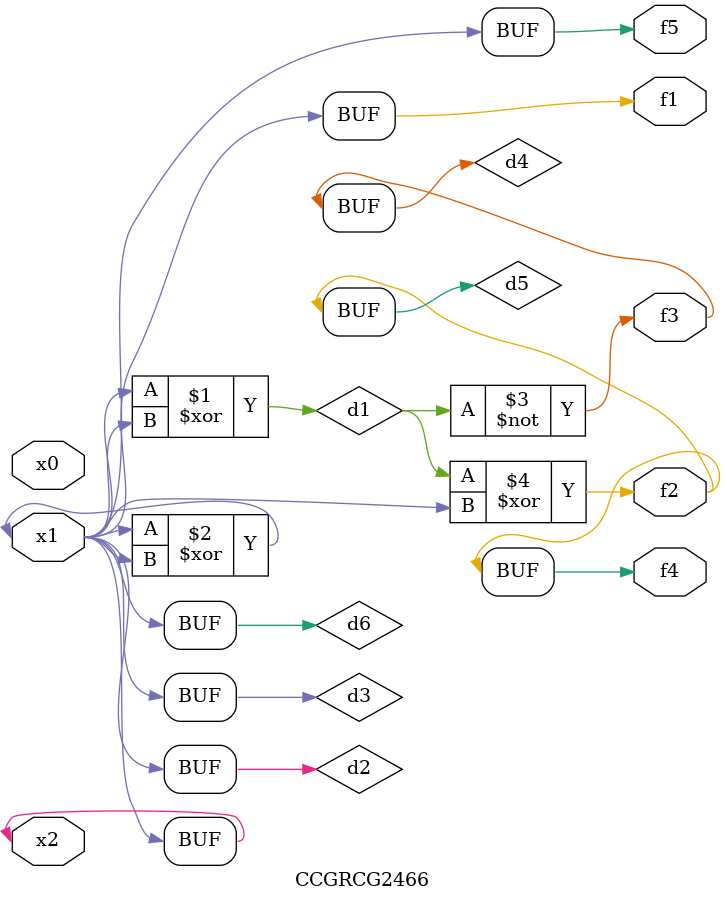
<source format=v>
module CCGRCG2466(
	input x0, x1, x2,
	output f1, f2, f3, f4, f5
);

	wire d1, d2, d3, d4, d5, d6;

	xor (d1, x1, x2);
	buf (d2, x1, x2);
	xor (d3, x1, x2);
	nor (d4, d1);
	xor (d5, d1, d2);
	buf (d6, d2, d3);
	assign f1 = d6;
	assign f2 = d5;
	assign f3 = d4;
	assign f4 = d5;
	assign f5 = d6;
endmodule

</source>
